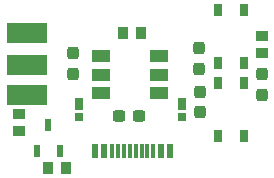
<source format=gtp>
%TF.GenerationSoftware,KiCad,Pcbnew,(7.0.0)*%
%TF.CreationDate,2023-11-19T11:36:42-08:00*%
%TF.ProjectId,Dot-LED,446f742d-4c45-4442-9e6b-696361645f70,rev?*%
%TF.SameCoordinates,Original*%
%TF.FileFunction,Paste,Top*%
%TF.FilePolarity,Positive*%
%FSLAX46Y46*%
G04 Gerber Fmt 4.6, Leading zero omitted, Abs format (unit mm)*
G04 Created by KiCad (PCBNEW (7.0.0)) date 2023-11-19 11:36:42*
%MOMM*%
%LPD*%
G01*
G04 APERTURE LIST*
G04 Aperture macros list*
%AMRoundRect*
0 Rectangle with rounded corners*
0 $1 Rounding radius*
0 $2 $3 $4 $5 $6 $7 $8 $9 X,Y pos of 4 corners*
0 Add a 4 corners polygon primitive as box body*
4,1,4,$2,$3,$4,$5,$6,$7,$8,$9,$2,$3,0*
0 Add four circle primitives for the rounded corners*
1,1,$1+$1,$2,$3*
1,1,$1+$1,$4,$5*
1,1,$1+$1,$6,$7*
1,1,$1+$1,$8,$9*
0 Add four rect primitives between the rounded corners*
20,1,$1+$1,$2,$3,$4,$5,0*
20,1,$1+$1,$4,$5,$6,$7,0*
20,1,$1+$1,$6,$7,$8,$9,0*
20,1,$1+$1,$8,$9,$2,$3,0*%
G04 Aperture macros list end*
%ADD10R,0.700000X1.000000*%
%ADD11R,1.000000X0.900000*%
%ADD12R,0.900000X1.000000*%
%ADD13R,0.600000X1.150000*%
%ADD14R,0.300000X1.150000*%
%ADD15R,0.800000X1.050000*%
%ADD16R,0.800000X0.650000*%
%ADD17R,0.600000X1.050000*%
%ADD18RoundRect,0.237500X0.237500X-0.300000X0.237500X0.300000X-0.237500X0.300000X-0.237500X-0.300000X0*%
%ADD19R,3.400000X1.800000*%
%ADD20RoundRect,0.237500X-0.237500X0.300000X-0.237500X-0.300000X0.237500X-0.300000X0.237500X0.300000X0*%
%ADD21RoundRect,0.237500X0.300000X0.237500X-0.300000X0.237500X-0.300000X-0.237500X0.300000X-0.237500X0*%
%ADD22R,1.500000X1.000000*%
G04 APERTURE END LIST*
D10*
%TO.C,S2*%
X136274999Y-51199999D03*
X136274999Y-55699999D03*
X134124999Y-51199999D03*
X134124999Y-55699999D03*
%TD*%
%TO.C,S1*%
X136274999Y-57349999D03*
X136274999Y-61849999D03*
X134124999Y-57349999D03*
X134124999Y-61849999D03*
%TD*%
D11*
%TO.C,R5*%
X117249999Y-61449999D03*
X117249999Y-59949999D03*
%TD*%
D12*
%TO.C,R4*%
X119749999Y-64549999D03*
X121249999Y-64549999D03*
%TD*%
D11*
%TO.C,R2*%
X137799999Y-54849999D03*
X137799999Y-53349999D03*
%TD*%
D12*
%TO.C,R1*%
X127549999Y-53099999D03*
X126049999Y-53099999D03*
%TD*%
D13*
%TO.C,P1*%
X123679999Y-63144999D03*
X124479999Y-63144999D03*
D14*
X125629999Y-63144999D03*
X126629999Y-63144999D03*
X127129999Y-63144999D03*
X128129999Y-63144999D03*
D13*
X129279999Y-63144999D03*
X130079999Y-63144999D03*
X130079999Y-63144999D03*
X129279999Y-63144999D03*
D14*
X128629999Y-63144999D03*
X127629999Y-63144999D03*
X126129999Y-63144999D03*
X125129999Y-63144999D03*
D13*
X124479999Y-63144999D03*
X123679999Y-63144999D03*
%TD*%
D15*
%TO.C,D2*%
X122349999Y-59174999D03*
D16*
X122349999Y-60224999D03*
%TD*%
D15*
%TO.C,D1*%
X131049999Y-59174999D03*
D16*
X131049999Y-60224999D03*
%TD*%
D17*
%TO.C,Q2*%
X119749999Y-60899999D03*
X120699999Y-63099999D03*
X118799999Y-63099999D03*
%TD*%
D18*
%TO.C,C12*%
X121850000Y-56562500D03*
X121850000Y-54837500D03*
%TD*%
%TO.C,C13*%
X132500000Y-56162500D03*
X132500000Y-54437500D03*
%TD*%
%TO.C,C9*%
X137800000Y-58362500D03*
X137800000Y-56637500D03*
%TD*%
D19*
%TO.C,GND1*%
X117899999Y-53149999D03*
%TD*%
%TO.C,VCC1*%
X117949999Y-58349999D03*
%TD*%
%TO.C,Data1*%
X117949999Y-55799999D03*
%TD*%
D20*
%TO.C,C8*%
X132550000Y-58137500D03*
X132550000Y-59862500D03*
%TD*%
D21*
%TO.C,C17*%
X127412500Y-60150000D03*
X125687500Y-60150000D03*
%TD*%
D22*
%TO.C,D4*%
X124199999Y-55049999D03*
X124199999Y-56649999D03*
X124199999Y-58249999D03*
X129099999Y-58249999D03*
X129099999Y-56649999D03*
X129099999Y-55049999D03*
%TD*%
M02*

</source>
